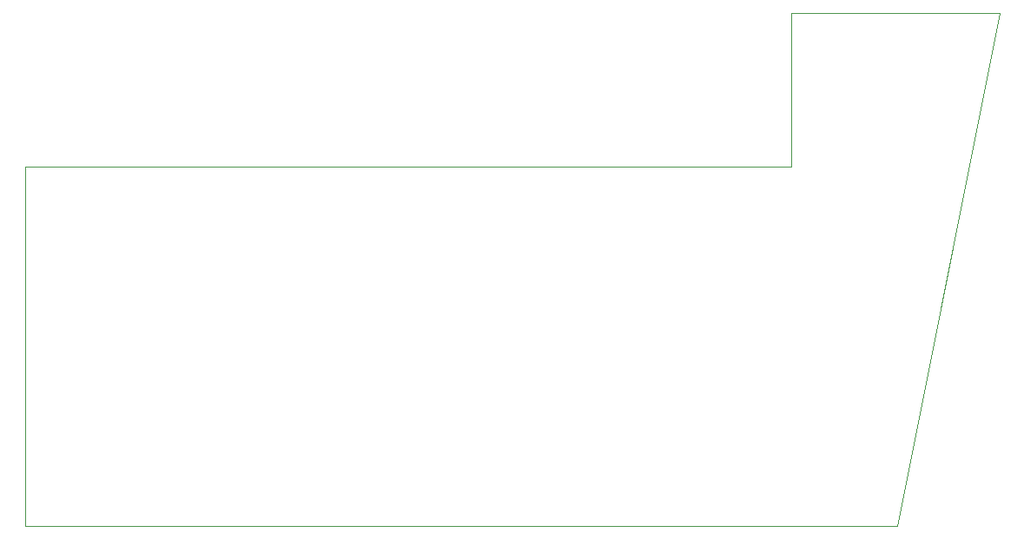
<source format=gbr>
%TF.GenerationSoftware,KiCad,Pcbnew,(7.0.0-0)*%
%TF.CreationDate,2023-05-22T11:06:44+02:00*%
%TF.ProjectId,garage-door-driver,67617261-6765-42d6-946f-6f722d647269,rev?*%
%TF.SameCoordinates,Original*%
%TF.FileFunction,Profile,NP*%
%FSLAX46Y46*%
G04 Gerber Fmt 4.6, Leading zero omitted, Abs format (unit mm)*
G04 Created by KiCad (PCBNEW (7.0.0-0)) date 2023-05-22 11:06:44*
%MOMM*%
%LPD*%
G01*
G04 APERTURE LIST*
%TA.AperFunction,Profile*%
%ADD10C,0.100000*%
%TD*%
G04 APERTURE END LIST*
D10*
X187800000Y-73585000D02*
X187800000Y-58585000D01*
X113120000Y-108585000D02*
X113120000Y-73585000D01*
X198120000Y-108585000D02*
X113120000Y-108585000D01*
X187800000Y-58585000D02*
X208120000Y-58585000D01*
X113120000Y-73585000D02*
X187800000Y-73585000D01*
X208120000Y-58585000D02*
X198120000Y-108585000D01*
M02*

</source>
